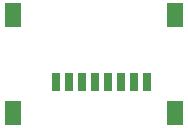
<source format=gbr>
%TF.GenerationSoftware,KiCad,Pcbnew,(5.1.6)-1*%
%TF.CreationDate,2020-12-01T11:19:40+01:00*%
%TF.ProjectId,LoRa_Dongle,4c6f5261-5f44-46f6-9e67-6c652e6b6963,rev?*%
%TF.SameCoordinates,Original*%
%TF.FileFunction,Paste,Bot*%
%TF.FilePolarity,Positive*%
%FSLAX46Y46*%
G04 Gerber Fmt 4.6, Leading zero omitted, Abs format (unit mm)*
G04 Created by KiCad (PCBNEW (5.1.6)-1) date 2020-12-01 11:19:40*
%MOMM*%
%LPD*%
G01*
G04 APERTURE LIST*
%ADD10R,0.800000X1.500000*%
%ADD11R,1.450000X2.000000*%
G04 APERTURE END LIST*
D10*
%TO.C,J4*%
X59309400Y49046800D03*
X60409400Y49046800D03*
X61509400Y49046800D03*
X62609400Y49046800D03*
X63709400Y49046800D03*
X64809400Y49046800D03*
X65909400Y49046800D03*
X67009400Y49046800D03*
D11*
X69384400Y54746800D03*
X55634400Y54746800D03*
X55634400Y46446800D03*
X69384400Y46446800D03*
%TD*%
M02*

</source>
